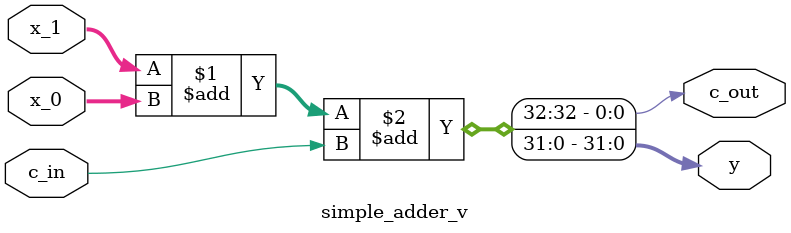
<source format=v>
/*
*  File            :   simple_adder_v.v
*  Autor           :   Vlasov D.V.
*  Data            :   2019.08.20
*  Language        :   Verilog
*  Description     :   This is simple adder with carry
*  Copyright(c)    :   2019 Vlasov D.V.
*/

module simple_adder_v
#(
    parameter                   W = 32
)(
    input   wire    [0   : 0]   c_in,
    input   wire    [W-1 : 0]   x_0,
    input   wire    [W-1 : 0]   x_1,
    output  wire    [W-1 : 0]   y,
    output  wire    [0   : 0]   c_out
);

    assign { c_out , y } = x_1 + x_0 + c_in;

endmodule // simple_adder_v
    
</source>
